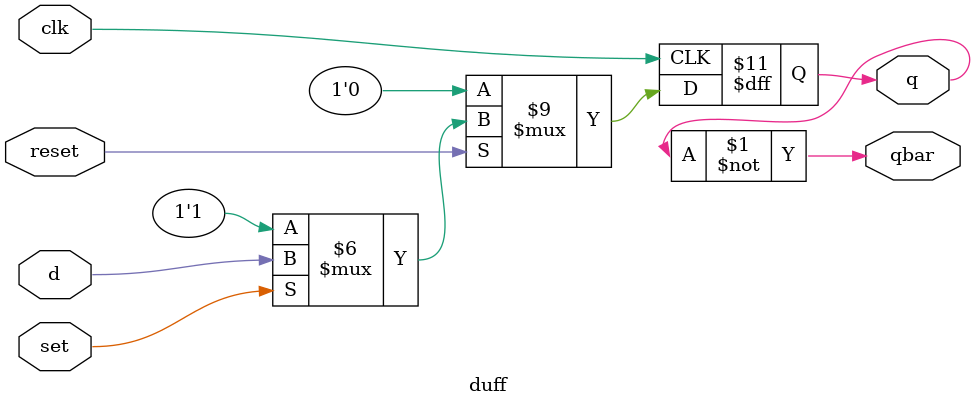
<source format=v>

module duff (q, qbar, d, set, reset, clk);

  input d, set, reset, clk;
  output reg q;  output qbar;

  assign qbar = ~q;
  
  always @ (posedge clk)

  begin
    if (reset == 0)  q <= 0;
    else if (set == 0)  q <= 1;
    else q <= d;
  end

endmodule
</source>
